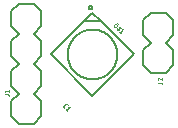
<source format=gbr>
G04 EAGLE Gerber RS-274X export*
G75*
%MOMM*%
%FSLAX34Y34*%
%LPD*%
%INSilkscreen Top*%
%IPPOS*%
%AMOC8*
5,1,8,0,0,1.08239X$1,22.5*%
G01*
%ADD10C,0.025400*%
%ADD11C,0.203200*%
%ADD12C,0.050800*%
%ADD13C,0.127000*%


D10*
X46349Y14449D02*
X45750Y15048D01*
X45750Y15047D02*
X45712Y15088D01*
X45677Y15130D01*
X45645Y15175D01*
X45615Y15223D01*
X45589Y15271D01*
X45566Y15322D01*
X45547Y15374D01*
X45531Y15427D01*
X45518Y15481D01*
X45509Y15535D01*
X45504Y15591D01*
X45502Y15646D01*
X45504Y15701D01*
X45509Y15757D01*
X45518Y15811D01*
X45531Y15865D01*
X45547Y15918D01*
X45566Y15970D01*
X45589Y16021D01*
X45615Y16070D01*
X45645Y16117D01*
X45677Y16162D01*
X45712Y16204D01*
X45750Y16245D01*
X47247Y17742D01*
X47288Y17780D01*
X47330Y17815D01*
X47375Y17847D01*
X47423Y17877D01*
X47471Y17903D01*
X47522Y17926D01*
X47574Y17945D01*
X47627Y17961D01*
X47681Y17974D01*
X47735Y17983D01*
X47791Y17988D01*
X47846Y17990D01*
X47901Y17988D01*
X47957Y17983D01*
X48011Y17974D01*
X48065Y17961D01*
X48118Y17945D01*
X48170Y17926D01*
X48221Y17903D01*
X48270Y17877D01*
X48317Y17847D01*
X48362Y17815D01*
X48404Y17780D01*
X48445Y17742D01*
X48444Y17742D02*
X49043Y17143D01*
X49409Y15580D02*
X50756Y15430D01*
X48062Y12736D01*
X48810Y11988D02*
X47313Y13484D01*
D11*
X1270Y83820D02*
X1270Y96520D01*
X7620Y102870D01*
X20320Y102870D02*
X26670Y96520D01*
X1270Y58420D02*
X7620Y52070D01*
X1270Y58420D02*
X1270Y71120D01*
X7620Y77470D01*
X20320Y77470D02*
X26670Y71120D01*
X26670Y58420D01*
X20320Y52070D01*
X7620Y77470D02*
X1270Y83820D01*
X20320Y77470D02*
X26670Y83820D01*
X26670Y96520D01*
X1270Y20320D02*
X1270Y7620D01*
X1270Y20320D02*
X7620Y26670D01*
X20320Y26670D02*
X26670Y20320D01*
X7620Y26670D02*
X1270Y33020D01*
X1270Y45720D01*
X7620Y52070D01*
X20320Y52070D02*
X26670Y45720D01*
X26670Y33020D01*
X20320Y26670D01*
X20320Y1270D02*
X7620Y1270D01*
X1270Y7620D01*
X20320Y1270D02*
X26670Y7620D01*
X26670Y20320D01*
X20320Y102870D02*
X7620Y102870D01*
D12*
X-1552Y26077D02*
X-4318Y26077D01*
X-1552Y26077D02*
X-1498Y26075D01*
X-1444Y26070D01*
X-1391Y26060D01*
X-1339Y26048D01*
X-1287Y26031D01*
X-1237Y26012D01*
X-1189Y25988D01*
X-1142Y25962D01*
X-1096Y25932D01*
X-1053Y25900D01*
X-1013Y25864D01*
X-975Y25826D01*
X-939Y25786D01*
X-907Y25743D01*
X-877Y25697D01*
X-851Y25650D01*
X-827Y25602D01*
X-808Y25552D01*
X-791Y25500D01*
X-779Y25448D01*
X-769Y25395D01*
X-764Y25341D01*
X-762Y25287D01*
X-762Y24892D01*
X-3528Y27862D02*
X-4318Y28850D01*
X-762Y28850D01*
X-762Y27862D02*
X-762Y29838D01*
D11*
X138430Y76200D02*
X138430Y88900D01*
X138430Y76200D02*
X132080Y69850D01*
X119380Y69850D02*
X113030Y76200D01*
X132080Y69850D02*
X138430Y63500D01*
X138430Y50800D01*
X132080Y44450D01*
X119380Y44450D02*
X113030Y50800D01*
X113030Y63500D01*
X119380Y69850D01*
X119380Y95250D02*
X132080Y95250D01*
X138430Y88900D01*
X119380Y95250D02*
X113030Y88900D01*
X113030Y76200D01*
X119380Y44450D02*
X132080Y44450D01*
D12*
X127988Y36118D02*
X125222Y36118D01*
X127988Y36117D02*
X128042Y36115D01*
X128096Y36110D01*
X128149Y36100D01*
X128201Y36088D01*
X128253Y36071D01*
X128303Y36052D01*
X128351Y36028D01*
X128398Y36002D01*
X128444Y35972D01*
X128487Y35940D01*
X128527Y35904D01*
X128565Y35866D01*
X128601Y35826D01*
X128633Y35783D01*
X128663Y35737D01*
X128689Y35690D01*
X128713Y35642D01*
X128732Y35592D01*
X128749Y35540D01*
X128761Y35488D01*
X128771Y35435D01*
X128776Y35381D01*
X128778Y35327D01*
X128778Y34932D01*
X125222Y38989D02*
X125224Y39047D01*
X125230Y39105D01*
X125239Y39162D01*
X125252Y39219D01*
X125269Y39275D01*
X125290Y39329D01*
X125314Y39382D01*
X125341Y39434D01*
X125372Y39483D01*
X125406Y39530D01*
X125443Y39575D01*
X125482Y39618D01*
X125525Y39657D01*
X125570Y39694D01*
X125617Y39728D01*
X125667Y39759D01*
X125718Y39786D01*
X125771Y39810D01*
X125825Y39831D01*
X125881Y39848D01*
X125938Y39861D01*
X125995Y39870D01*
X126053Y39876D01*
X126111Y39878D01*
X125222Y38989D02*
X125224Y38924D01*
X125229Y38859D01*
X125239Y38794D01*
X125252Y38730D01*
X125268Y38667D01*
X125289Y38605D01*
X125312Y38544D01*
X125339Y38485D01*
X125370Y38427D01*
X125404Y38371D01*
X125440Y38317D01*
X125480Y38266D01*
X125523Y38216D01*
X125569Y38170D01*
X125617Y38125D01*
X125667Y38084D01*
X125720Y38046D01*
X125775Y38011D01*
X125832Y37979D01*
X125891Y37950D01*
X125951Y37924D01*
X126012Y37903D01*
X126803Y39582D02*
X126760Y39623D01*
X126715Y39662D01*
X126668Y39699D01*
X126619Y39732D01*
X126567Y39762D01*
X126514Y39789D01*
X126460Y39812D01*
X126404Y39832D01*
X126346Y39849D01*
X126288Y39861D01*
X126230Y39871D01*
X126170Y39876D01*
X126111Y39878D01*
X126802Y39582D02*
X128778Y37902D01*
X128778Y39878D01*
D13*
X70080Y24645D02*
X34725Y60000D01*
X63009Y88284D01*
X70080Y95355D01*
X77151Y88284D01*
X105435Y60000D01*
X70080Y24645D01*
X77151Y88284D02*
X63009Y88284D01*
X66927Y99754D02*
X66929Y99829D01*
X66935Y99903D01*
X66945Y99977D01*
X66958Y100050D01*
X66976Y100123D01*
X66997Y100194D01*
X67022Y100265D01*
X67051Y100334D01*
X67084Y100401D01*
X67120Y100466D01*
X67159Y100530D01*
X67201Y100591D01*
X67247Y100650D01*
X67296Y100707D01*
X67348Y100760D01*
X67402Y100811D01*
X67459Y100860D01*
X67519Y100904D01*
X67581Y100946D01*
X67645Y100985D01*
X67711Y101020D01*
X67778Y101051D01*
X67848Y101079D01*
X67918Y101103D01*
X67990Y101124D01*
X68063Y101140D01*
X68136Y101153D01*
X68211Y101162D01*
X68285Y101167D01*
X68360Y101168D01*
X68434Y101165D01*
X68509Y101158D01*
X68582Y101147D01*
X68656Y101133D01*
X68728Y101114D01*
X68799Y101092D01*
X68869Y101066D01*
X68938Y101036D01*
X69004Y101003D01*
X69069Y100966D01*
X69132Y100926D01*
X69193Y100882D01*
X69251Y100836D01*
X69307Y100786D01*
X69360Y100734D01*
X69411Y100679D01*
X69458Y100621D01*
X69502Y100561D01*
X69543Y100498D01*
X69581Y100434D01*
X69615Y100368D01*
X69646Y100299D01*
X69673Y100230D01*
X69696Y100159D01*
X69715Y100087D01*
X69731Y100014D01*
X69743Y99940D01*
X69751Y99866D01*
X69755Y99791D01*
X69755Y99717D01*
X69751Y99642D01*
X69743Y99568D01*
X69731Y99494D01*
X69715Y99421D01*
X69696Y99349D01*
X69673Y99278D01*
X69646Y99209D01*
X69615Y99140D01*
X69581Y99074D01*
X69543Y99010D01*
X69502Y98947D01*
X69458Y98887D01*
X69411Y98829D01*
X69360Y98774D01*
X69307Y98722D01*
X69251Y98672D01*
X69193Y98626D01*
X69132Y98582D01*
X69069Y98542D01*
X69004Y98505D01*
X68938Y98472D01*
X68869Y98442D01*
X68799Y98416D01*
X68728Y98394D01*
X68656Y98375D01*
X68582Y98361D01*
X68509Y98350D01*
X68434Y98343D01*
X68360Y98340D01*
X68285Y98341D01*
X68211Y98346D01*
X68136Y98355D01*
X68063Y98368D01*
X67990Y98384D01*
X67918Y98405D01*
X67848Y98429D01*
X67778Y98457D01*
X67711Y98488D01*
X67645Y98523D01*
X67581Y98562D01*
X67519Y98604D01*
X67459Y98648D01*
X67402Y98697D01*
X67348Y98748D01*
X67296Y98801D01*
X67247Y98858D01*
X67201Y98917D01*
X67159Y98978D01*
X67120Y99042D01*
X67084Y99107D01*
X67051Y99174D01*
X67022Y99243D01*
X66997Y99314D01*
X66976Y99385D01*
X66958Y99458D01*
X66945Y99531D01*
X66935Y99605D01*
X66929Y99679D01*
X66927Y99754D01*
X49080Y60000D02*
X49086Y60515D01*
X49105Y61030D01*
X49137Y61545D01*
X49181Y62058D01*
X49238Y62571D01*
X49307Y63081D01*
X49389Y63590D01*
X49484Y64097D01*
X49590Y64601D01*
X49709Y65103D01*
X49841Y65601D01*
X49984Y66096D01*
X50140Y66587D01*
X50308Y67075D01*
X50487Y67558D01*
X50679Y68036D01*
X50882Y68510D01*
X51096Y68979D01*
X51322Y69442D01*
X51560Y69899D01*
X51808Y70351D01*
X52068Y70796D01*
X52338Y71235D01*
X52619Y71667D01*
X52911Y72092D01*
X53213Y72510D01*
X53525Y72920D01*
X53847Y73322D01*
X54179Y73717D01*
X54520Y74103D01*
X54871Y74480D01*
X55231Y74849D01*
X55600Y75209D01*
X55977Y75560D01*
X56363Y75901D01*
X56758Y76233D01*
X57160Y76555D01*
X57570Y76867D01*
X57988Y77169D01*
X58413Y77461D01*
X58845Y77742D01*
X59284Y78012D01*
X59729Y78272D01*
X60181Y78520D01*
X60638Y78758D01*
X61101Y78984D01*
X61570Y79198D01*
X62044Y79401D01*
X62522Y79593D01*
X63005Y79772D01*
X63493Y79940D01*
X63984Y80096D01*
X64479Y80239D01*
X64977Y80371D01*
X65479Y80490D01*
X65983Y80596D01*
X66490Y80691D01*
X66999Y80773D01*
X67509Y80842D01*
X68022Y80899D01*
X68535Y80943D01*
X69050Y80975D01*
X69565Y80994D01*
X70080Y81000D01*
X70595Y80994D01*
X71110Y80975D01*
X71625Y80943D01*
X72138Y80899D01*
X72651Y80842D01*
X73161Y80773D01*
X73670Y80691D01*
X74177Y80596D01*
X74681Y80490D01*
X75183Y80371D01*
X75681Y80239D01*
X76176Y80096D01*
X76667Y79940D01*
X77155Y79772D01*
X77638Y79593D01*
X78116Y79401D01*
X78590Y79198D01*
X79059Y78984D01*
X79522Y78758D01*
X79979Y78520D01*
X80431Y78272D01*
X80876Y78012D01*
X81315Y77742D01*
X81747Y77461D01*
X82172Y77169D01*
X82590Y76867D01*
X83000Y76555D01*
X83402Y76233D01*
X83797Y75901D01*
X84183Y75560D01*
X84560Y75209D01*
X84929Y74849D01*
X85289Y74480D01*
X85640Y74103D01*
X85981Y73717D01*
X86313Y73322D01*
X86635Y72920D01*
X86947Y72510D01*
X87249Y72092D01*
X87541Y71667D01*
X87822Y71235D01*
X88092Y70796D01*
X88352Y70351D01*
X88600Y69899D01*
X88838Y69442D01*
X89064Y68979D01*
X89278Y68510D01*
X89481Y68036D01*
X89673Y67558D01*
X89852Y67075D01*
X90020Y66587D01*
X90176Y66096D01*
X90319Y65601D01*
X90451Y65103D01*
X90570Y64601D01*
X90676Y64097D01*
X90771Y63590D01*
X90853Y63081D01*
X90922Y62571D01*
X90979Y62058D01*
X91023Y61545D01*
X91055Y61030D01*
X91074Y60515D01*
X91080Y60000D01*
X91074Y59485D01*
X91055Y58970D01*
X91023Y58455D01*
X90979Y57942D01*
X90922Y57429D01*
X90853Y56919D01*
X90771Y56410D01*
X90676Y55903D01*
X90570Y55399D01*
X90451Y54897D01*
X90319Y54399D01*
X90176Y53904D01*
X90020Y53413D01*
X89852Y52925D01*
X89673Y52442D01*
X89481Y51964D01*
X89278Y51490D01*
X89064Y51021D01*
X88838Y50558D01*
X88600Y50101D01*
X88352Y49649D01*
X88092Y49204D01*
X87822Y48765D01*
X87541Y48333D01*
X87249Y47908D01*
X86947Y47490D01*
X86635Y47080D01*
X86313Y46678D01*
X85981Y46283D01*
X85640Y45897D01*
X85289Y45520D01*
X84929Y45151D01*
X84560Y44791D01*
X84183Y44440D01*
X83797Y44099D01*
X83402Y43767D01*
X83000Y43445D01*
X82590Y43133D01*
X82172Y42831D01*
X81747Y42539D01*
X81315Y42258D01*
X80876Y41988D01*
X80431Y41728D01*
X79979Y41480D01*
X79522Y41242D01*
X79059Y41016D01*
X78590Y40802D01*
X78116Y40599D01*
X77638Y40407D01*
X77155Y40228D01*
X76667Y40060D01*
X76176Y39904D01*
X75681Y39761D01*
X75183Y39629D01*
X74681Y39510D01*
X74177Y39404D01*
X73670Y39309D01*
X73161Y39227D01*
X72651Y39158D01*
X72138Y39101D01*
X71625Y39057D01*
X71110Y39025D01*
X70595Y39006D01*
X70080Y39000D01*
X69565Y39006D01*
X69050Y39025D01*
X68535Y39057D01*
X68022Y39101D01*
X67509Y39158D01*
X66999Y39227D01*
X66490Y39309D01*
X65983Y39404D01*
X65479Y39510D01*
X64977Y39629D01*
X64479Y39761D01*
X63984Y39904D01*
X63493Y40060D01*
X63005Y40228D01*
X62522Y40407D01*
X62044Y40599D01*
X61570Y40802D01*
X61101Y41016D01*
X60638Y41242D01*
X60181Y41480D01*
X59729Y41728D01*
X59284Y41988D01*
X58845Y42258D01*
X58413Y42539D01*
X57988Y42831D01*
X57570Y43133D01*
X57160Y43445D01*
X56758Y43767D01*
X56363Y44099D01*
X55977Y44440D01*
X55600Y44791D01*
X55231Y45151D01*
X54871Y45520D01*
X54520Y45897D01*
X54179Y46283D01*
X53847Y46678D01*
X53525Y47080D01*
X53213Y47490D01*
X52911Y47908D01*
X52619Y48333D01*
X52338Y48765D01*
X52068Y49204D01*
X51808Y49649D01*
X51560Y50101D01*
X51322Y50558D01*
X51096Y51021D01*
X50882Y51490D01*
X50679Y51964D01*
X50487Y52442D01*
X50308Y52925D01*
X50140Y53413D01*
X49984Y53904D01*
X49841Y54399D01*
X49709Y54897D01*
X49590Y55399D01*
X49484Y55903D01*
X49389Y56410D01*
X49307Y56919D01*
X49238Y57429D01*
X49181Y57942D01*
X49137Y58455D01*
X49105Y58970D01*
X49086Y59485D01*
X49080Y60000D01*
D10*
X88527Y84858D02*
X90473Y86804D01*
X88527Y84857D02*
X88483Y84811D01*
X88442Y84761D01*
X88404Y84710D01*
X88370Y84656D01*
X88338Y84601D01*
X88310Y84543D01*
X88286Y84484D01*
X88265Y84424D01*
X88248Y84362D01*
X88234Y84300D01*
X88225Y84237D01*
X88219Y84173D01*
X88217Y84109D01*
X88219Y84045D01*
X88225Y83981D01*
X88234Y83918D01*
X88248Y83856D01*
X88265Y83794D01*
X88286Y83734D01*
X88310Y83675D01*
X88338Y83617D01*
X88370Y83562D01*
X88404Y83508D01*
X88442Y83457D01*
X88483Y83407D01*
X88527Y83361D01*
X88573Y83317D01*
X88623Y83276D01*
X88674Y83238D01*
X88728Y83204D01*
X88783Y83172D01*
X88841Y83144D01*
X88900Y83120D01*
X88960Y83099D01*
X89022Y83082D01*
X89084Y83068D01*
X89147Y83059D01*
X89211Y83053D01*
X89275Y83051D01*
X89339Y83053D01*
X89403Y83059D01*
X89466Y83068D01*
X89528Y83082D01*
X89590Y83099D01*
X89650Y83120D01*
X89709Y83144D01*
X89767Y83172D01*
X89822Y83204D01*
X89876Y83238D01*
X89928Y83276D01*
X89977Y83317D01*
X90023Y83361D01*
X90024Y83361D02*
X91970Y85307D01*
X93721Y83555D02*
X91027Y80861D01*
X92374Y82208D02*
X92225Y82807D01*
X92215Y82855D01*
X92208Y82904D01*
X92206Y82953D01*
X92207Y83003D01*
X92213Y83052D01*
X92222Y83100D01*
X92235Y83148D01*
X92251Y83194D01*
X92271Y83239D01*
X92295Y83283D01*
X92321Y83324D01*
X92351Y83363D01*
X92384Y83400D01*
X92420Y83434D01*
X92458Y83465D01*
X92499Y83493D01*
X92541Y83518D01*
X92586Y83540D01*
X92632Y83557D01*
X92679Y83572D01*
X92727Y83582D01*
X92776Y83589D01*
X92825Y83592D01*
X92875Y83591D01*
X92924Y83586D01*
X92972Y83578D01*
X93020Y83565D01*
X93067Y83549D01*
X93112Y83529D01*
X93156Y83506D01*
X93197Y83480D01*
X93197Y83481D02*
X93263Y83433D01*
X93325Y83383D01*
X93386Y83329D01*
X93443Y83273D01*
X93498Y83214D01*
X93550Y83152D01*
X93599Y83088D01*
X93645Y83022D01*
X93688Y82954D01*
X93727Y82883D01*
X93763Y82811D01*
X93796Y82737D01*
X93824Y82662D01*
X93849Y82586D01*
X93871Y82508D01*
X92374Y82208D02*
X92524Y81609D01*
X92523Y81609D02*
X92533Y81561D01*
X92540Y81512D01*
X92542Y81463D01*
X92541Y81413D01*
X92535Y81364D01*
X92526Y81316D01*
X92513Y81268D01*
X92497Y81222D01*
X92477Y81177D01*
X92453Y81133D01*
X92427Y81092D01*
X92397Y81053D01*
X92364Y81016D01*
X92328Y80982D01*
X92290Y80951D01*
X92249Y80923D01*
X92207Y80898D01*
X92162Y80876D01*
X92116Y80859D01*
X92069Y80844D01*
X92021Y80834D01*
X91972Y80827D01*
X91923Y80824D01*
X91873Y80825D01*
X91824Y80830D01*
X91776Y80838D01*
X91728Y80851D01*
X91681Y80867D01*
X91636Y80887D01*
X91592Y80910D01*
X91551Y80936D01*
X91551Y80935D02*
X91485Y80983D01*
X91423Y81033D01*
X91362Y81087D01*
X91304Y81143D01*
X91250Y81202D01*
X91198Y81264D01*
X91148Y81328D01*
X91103Y81394D01*
X91060Y81462D01*
X91021Y81533D01*
X90985Y81605D01*
X90952Y81679D01*
X90924Y81754D01*
X90898Y81831D01*
X90877Y81908D01*
X94788Y81291D02*
X96135Y81141D01*
X93441Y78447D01*
X94189Y77699D02*
X92693Y79196D01*
M02*

</source>
